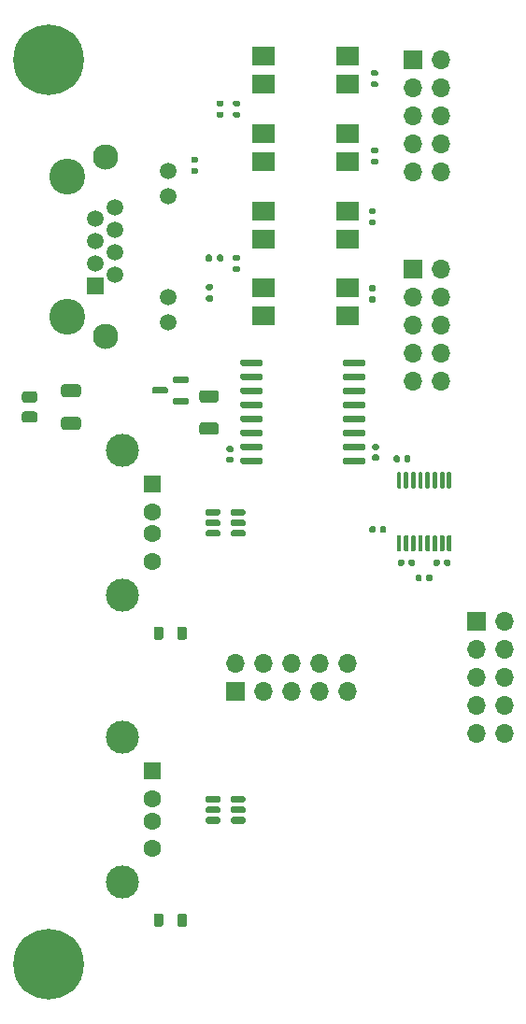
<source format=gbr>
G04 #@! TF.GenerationSoftware,KiCad,Pcbnew,7.0.9-7.0.9~ubuntu23.04.1*
G04 #@! TF.CreationDate,2024-01-20T22:21:10+00:00*
G04 #@! TF.ProjectId,nascontrol-remote,6e617363-6f6e-4747-926f-6c2d72656d6f,rev?*
G04 #@! TF.SameCoordinates,Original*
G04 #@! TF.FileFunction,Soldermask,Top*
G04 #@! TF.FilePolarity,Negative*
%FSLAX46Y46*%
G04 Gerber Fmt 4.6, Leading zero omitted, Abs format (unit mm)*
G04 Created by KiCad (PCBNEW 7.0.9-7.0.9~ubuntu23.04.1) date 2024-01-20 22:21:10*
%MOMM*%
%LPD*%
G01*
G04 APERTURE LIST*
%ADD10C,6.400000*%
%ADD11R,1.500000X1.600000*%
%ADD12C,1.600000*%
%ADD13C,3.000000*%
%ADD14C,3.250000*%
%ADD15R,1.500000X1.500000*%
%ADD16C,1.500000*%
%ADD17C,2.300000*%
%ADD18R,2.000000X1.780000*%
%ADD19R,1.700000X1.700000*%
%ADD20O,1.700000X1.700000*%
G04 APERTURE END LIST*
D10*
X104000000Y-146000000D03*
G36*
G01*
X137220000Y-111170000D02*
X137220000Y-110830000D01*
G75*
G02*
X137360000Y-110690000I140000J0D01*
G01*
X137640000Y-110690000D01*
G75*
G02*
X137780000Y-110830000I0J-140000D01*
G01*
X137780000Y-111170000D01*
G75*
G02*
X137640000Y-111310000I-140000J0D01*
G01*
X137360000Y-111310000D01*
G75*
G02*
X137220000Y-111170000I0J140000D01*
G01*
G37*
G36*
G01*
X138180000Y-111170000D02*
X138180000Y-110830000D01*
G75*
G02*
X138320000Y-110690000I140000J0D01*
G01*
X138600000Y-110690000D01*
G75*
G02*
X138740000Y-110830000I0J-140000D01*
G01*
X138740000Y-111170000D01*
G75*
G02*
X138600000Y-111310000I-140000J0D01*
G01*
X138320000Y-111310000D01*
G75*
G02*
X138180000Y-111170000I0J140000D01*
G01*
G37*
G36*
G01*
X113500000Y-116381250D02*
X113500000Y-115618750D01*
G75*
G02*
X113718750Y-115400000I218750J0D01*
G01*
X114156250Y-115400000D01*
G75*
G02*
X114375000Y-115618750I0J-218750D01*
G01*
X114375000Y-116381250D01*
G75*
G02*
X114156250Y-116600000I-218750J0D01*
G01*
X113718750Y-116600000D01*
G75*
G02*
X113500000Y-116381250I0J218750D01*
G01*
G37*
G36*
G01*
X115625000Y-116381250D02*
X115625000Y-115618750D01*
G75*
G02*
X115843750Y-115400000I218750J0D01*
G01*
X116281250Y-115400000D01*
G75*
G02*
X116500000Y-115618750I0J-218750D01*
G01*
X116500000Y-116381250D01*
G75*
G02*
X116281250Y-116600000I-218750J0D01*
G01*
X115843750Y-116600000D01*
G75*
G02*
X115625000Y-116381250I0J218750D01*
G01*
G37*
D11*
X113360000Y-128500000D03*
D12*
X113360000Y-131000000D03*
X113360000Y-133000000D03*
X113360000Y-135500000D03*
D13*
X110650000Y-125430000D03*
X110650000Y-138570000D03*
G36*
G01*
X118200000Y-131200000D02*
X118200000Y-130900000D01*
G75*
G02*
X118350000Y-130750000I150000J0D01*
G01*
X119375000Y-130750000D01*
G75*
G02*
X119525000Y-130900000I0J-150000D01*
G01*
X119525000Y-131200000D01*
G75*
G02*
X119375000Y-131350000I-150000J0D01*
G01*
X118350000Y-131350000D01*
G75*
G02*
X118200000Y-131200000I0J150000D01*
G01*
G37*
G36*
G01*
X118200000Y-132150000D02*
X118200000Y-131850000D01*
G75*
G02*
X118350000Y-131700000I150000J0D01*
G01*
X119375000Y-131700000D01*
G75*
G02*
X119525000Y-131850000I0J-150000D01*
G01*
X119525000Y-132150000D01*
G75*
G02*
X119375000Y-132300000I-150000J0D01*
G01*
X118350000Y-132300000D01*
G75*
G02*
X118200000Y-132150000I0J150000D01*
G01*
G37*
G36*
G01*
X118200000Y-133100000D02*
X118200000Y-132800000D01*
G75*
G02*
X118350000Y-132650000I150000J0D01*
G01*
X119375000Y-132650000D01*
G75*
G02*
X119525000Y-132800000I0J-150000D01*
G01*
X119525000Y-133100000D01*
G75*
G02*
X119375000Y-133250000I-150000J0D01*
G01*
X118350000Y-133250000D01*
G75*
G02*
X118200000Y-133100000I0J150000D01*
G01*
G37*
G36*
G01*
X120475000Y-133100000D02*
X120475000Y-132800000D01*
G75*
G02*
X120625000Y-132650000I150000J0D01*
G01*
X121650000Y-132650000D01*
G75*
G02*
X121800000Y-132800000I0J-150000D01*
G01*
X121800000Y-133100000D01*
G75*
G02*
X121650000Y-133250000I-150000J0D01*
G01*
X120625000Y-133250000D01*
G75*
G02*
X120475000Y-133100000I0J150000D01*
G01*
G37*
G36*
G01*
X120475000Y-132150000D02*
X120475000Y-131850000D01*
G75*
G02*
X120625000Y-131700000I150000J0D01*
G01*
X121650000Y-131700000D01*
G75*
G02*
X121800000Y-131850000I0J-150000D01*
G01*
X121800000Y-132150000D01*
G75*
G02*
X121650000Y-132300000I-150000J0D01*
G01*
X120625000Y-132300000D01*
G75*
G02*
X120475000Y-132150000I0J150000D01*
G01*
G37*
G36*
G01*
X120475000Y-131200000D02*
X120475000Y-130900000D01*
G75*
G02*
X120625000Y-130750000I150000J0D01*
G01*
X121650000Y-130750000D01*
G75*
G02*
X121800000Y-130900000I0J-150000D01*
G01*
X121800000Y-131200000D01*
G75*
G02*
X121650000Y-131350000I-150000J0D01*
G01*
X120625000Y-131350000D01*
G75*
G02*
X120475000Y-131200000I0J150000D01*
G01*
G37*
G36*
G01*
X135640000Y-109770000D02*
X135640000Y-109430000D01*
G75*
G02*
X135780000Y-109290000I140000J0D01*
G01*
X136060000Y-109290000D01*
G75*
G02*
X136200000Y-109430000I0J-140000D01*
G01*
X136200000Y-109770000D01*
G75*
G02*
X136060000Y-109910000I-140000J0D01*
G01*
X135780000Y-109910000D01*
G75*
G02*
X135640000Y-109770000I0J140000D01*
G01*
G37*
G36*
G01*
X136600000Y-109770000D02*
X136600000Y-109430000D01*
G75*
G02*
X136740000Y-109290000I140000J0D01*
G01*
X137020000Y-109290000D01*
G75*
G02*
X137160000Y-109430000I0J-140000D01*
G01*
X137160000Y-109770000D01*
G75*
G02*
X137020000Y-109910000I-140000J0D01*
G01*
X136740000Y-109910000D01*
G75*
G02*
X136600000Y-109770000I0J140000D01*
G01*
G37*
D14*
X105685000Y-87350000D03*
X105685000Y-74650000D03*
D15*
X108225000Y-84560000D03*
D16*
X110005000Y-83544000D03*
X108225000Y-82528000D03*
X110005000Y-81512000D03*
X108225000Y-80496000D03*
X110005000Y-79480000D03*
X108225000Y-78464000D03*
X110005000Y-77448000D03*
X114825000Y-87860000D03*
X114825000Y-85570000D03*
X114825000Y-76430000D03*
X114825000Y-74140000D03*
D17*
X109115000Y-89130000D03*
X109115000Y-72870000D03*
D18*
X123465000Y-84730000D03*
X123465000Y-87270000D03*
X131085000Y-87270000D03*
X131085000Y-84730000D03*
G36*
G01*
X119125000Y-98025000D02*
X117875000Y-98025000D01*
G75*
G02*
X117625000Y-97775000I0J250000D01*
G01*
X117625000Y-97150000D01*
G75*
G02*
X117875000Y-96900000I250000J0D01*
G01*
X119125000Y-96900000D01*
G75*
G02*
X119375000Y-97150000I0J-250000D01*
G01*
X119375000Y-97775000D01*
G75*
G02*
X119125000Y-98025000I-250000J0D01*
G01*
G37*
G36*
G01*
X119125000Y-95100000D02*
X117875000Y-95100000D01*
G75*
G02*
X117625000Y-94850000I0J250000D01*
G01*
X117625000Y-94225000D01*
G75*
G02*
X117875000Y-93975000I250000J0D01*
G01*
X119125000Y-93975000D01*
G75*
G02*
X119375000Y-94225000I0J-250000D01*
G01*
X119375000Y-94850000D01*
G75*
G02*
X119125000Y-95100000I-250000J0D01*
G01*
G37*
D19*
X142725000Y-114925000D03*
D20*
X145265000Y-114925000D03*
X142725000Y-117465000D03*
X145265000Y-117465000D03*
X142725000Y-120005000D03*
X145265000Y-120005000D03*
X142725000Y-122545000D03*
X145265000Y-122545000D03*
X142725000Y-125085000D03*
X145265000Y-125085000D03*
G36*
G01*
X118735000Y-85930000D02*
X118365000Y-85930000D01*
G75*
G02*
X118230000Y-85795000I0J135000D01*
G01*
X118230000Y-85525000D01*
G75*
G02*
X118365000Y-85390000I135000J0D01*
G01*
X118735000Y-85390000D01*
G75*
G02*
X118870000Y-85525000I0J-135000D01*
G01*
X118870000Y-85795000D01*
G75*
G02*
X118735000Y-85930000I-135000J0D01*
G01*
G37*
G36*
G01*
X118735000Y-84910000D02*
X118365000Y-84910000D01*
G75*
G02*
X118230000Y-84775000I0J135000D01*
G01*
X118230000Y-84505000D01*
G75*
G02*
X118365000Y-84370000I135000J0D01*
G01*
X118735000Y-84370000D01*
G75*
G02*
X118870000Y-84505000I0J-135000D01*
G01*
X118870000Y-84775000D01*
G75*
G02*
X118735000Y-84910000I-135000J0D01*
G01*
G37*
G36*
G01*
X132675000Y-100220000D02*
X132675000Y-100520000D01*
G75*
G02*
X132525000Y-100670000I-150000J0D01*
G01*
X130775000Y-100670000D01*
G75*
G02*
X130625000Y-100520000I0J150000D01*
G01*
X130625000Y-100220000D01*
G75*
G02*
X130775000Y-100070000I150000J0D01*
G01*
X132525000Y-100070000D01*
G75*
G02*
X132675000Y-100220000I0J-150000D01*
G01*
G37*
G36*
G01*
X132675000Y-98950000D02*
X132675000Y-99250000D01*
G75*
G02*
X132525000Y-99400000I-150000J0D01*
G01*
X130775000Y-99400000D01*
G75*
G02*
X130625000Y-99250000I0J150000D01*
G01*
X130625000Y-98950000D01*
G75*
G02*
X130775000Y-98800000I150000J0D01*
G01*
X132525000Y-98800000D01*
G75*
G02*
X132675000Y-98950000I0J-150000D01*
G01*
G37*
G36*
G01*
X132675000Y-97680000D02*
X132675000Y-97980000D01*
G75*
G02*
X132525000Y-98130000I-150000J0D01*
G01*
X130775000Y-98130000D01*
G75*
G02*
X130625000Y-97980000I0J150000D01*
G01*
X130625000Y-97680000D01*
G75*
G02*
X130775000Y-97530000I150000J0D01*
G01*
X132525000Y-97530000D01*
G75*
G02*
X132675000Y-97680000I0J-150000D01*
G01*
G37*
G36*
G01*
X132675000Y-96410000D02*
X132675000Y-96710000D01*
G75*
G02*
X132525000Y-96860000I-150000J0D01*
G01*
X130775000Y-96860000D01*
G75*
G02*
X130625000Y-96710000I0J150000D01*
G01*
X130625000Y-96410000D01*
G75*
G02*
X130775000Y-96260000I150000J0D01*
G01*
X132525000Y-96260000D01*
G75*
G02*
X132675000Y-96410000I0J-150000D01*
G01*
G37*
G36*
G01*
X132675000Y-95140000D02*
X132675000Y-95440000D01*
G75*
G02*
X132525000Y-95590000I-150000J0D01*
G01*
X130775000Y-95590000D01*
G75*
G02*
X130625000Y-95440000I0J150000D01*
G01*
X130625000Y-95140000D01*
G75*
G02*
X130775000Y-94990000I150000J0D01*
G01*
X132525000Y-94990000D01*
G75*
G02*
X132675000Y-95140000I0J-150000D01*
G01*
G37*
G36*
G01*
X132675000Y-93870000D02*
X132675000Y-94170000D01*
G75*
G02*
X132525000Y-94320000I-150000J0D01*
G01*
X130775000Y-94320000D01*
G75*
G02*
X130625000Y-94170000I0J150000D01*
G01*
X130625000Y-93870000D01*
G75*
G02*
X130775000Y-93720000I150000J0D01*
G01*
X132525000Y-93720000D01*
G75*
G02*
X132675000Y-93870000I0J-150000D01*
G01*
G37*
G36*
G01*
X132675000Y-92600000D02*
X132675000Y-92900000D01*
G75*
G02*
X132525000Y-93050000I-150000J0D01*
G01*
X130775000Y-93050000D01*
G75*
G02*
X130625000Y-92900000I0J150000D01*
G01*
X130625000Y-92600000D01*
G75*
G02*
X130775000Y-92450000I150000J0D01*
G01*
X132525000Y-92450000D01*
G75*
G02*
X132675000Y-92600000I0J-150000D01*
G01*
G37*
G36*
G01*
X132675000Y-91330000D02*
X132675000Y-91630000D01*
G75*
G02*
X132525000Y-91780000I-150000J0D01*
G01*
X130775000Y-91780000D01*
G75*
G02*
X130625000Y-91630000I0J150000D01*
G01*
X130625000Y-91330000D01*
G75*
G02*
X130775000Y-91180000I150000J0D01*
G01*
X132525000Y-91180000D01*
G75*
G02*
X132675000Y-91330000I0J-150000D01*
G01*
G37*
G36*
G01*
X123375000Y-91330000D02*
X123375000Y-91630000D01*
G75*
G02*
X123225000Y-91780000I-150000J0D01*
G01*
X121475000Y-91780000D01*
G75*
G02*
X121325000Y-91630000I0J150000D01*
G01*
X121325000Y-91330000D01*
G75*
G02*
X121475000Y-91180000I150000J0D01*
G01*
X123225000Y-91180000D01*
G75*
G02*
X123375000Y-91330000I0J-150000D01*
G01*
G37*
G36*
G01*
X123375000Y-92600000D02*
X123375000Y-92900000D01*
G75*
G02*
X123225000Y-93050000I-150000J0D01*
G01*
X121475000Y-93050000D01*
G75*
G02*
X121325000Y-92900000I0J150000D01*
G01*
X121325000Y-92600000D01*
G75*
G02*
X121475000Y-92450000I150000J0D01*
G01*
X123225000Y-92450000D01*
G75*
G02*
X123375000Y-92600000I0J-150000D01*
G01*
G37*
G36*
G01*
X123375000Y-93870000D02*
X123375000Y-94170000D01*
G75*
G02*
X123225000Y-94320000I-150000J0D01*
G01*
X121475000Y-94320000D01*
G75*
G02*
X121325000Y-94170000I0J150000D01*
G01*
X121325000Y-93870000D01*
G75*
G02*
X121475000Y-93720000I150000J0D01*
G01*
X123225000Y-93720000D01*
G75*
G02*
X123375000Y-93870000I0J-150000D01*
G01*
G37*
G36*
G01*
X123375000Y-95140000D02*
X123375000Y-95440000D01*
G75*
G02*
X123225000Y-95590000I-150000J0D01*
G01*
X121475000Y-95590000D01*
G75*
G02*
X121325000Y-95440000I0J150000D01*
G01*
X121325000Y-95140000D01*
G75*
G02*
X121475000Y-94990000I150000J0D01*
G01*
X123225000Y-94990000D01*
G75*
G02*
X123375000Y-95140000I0J-150000D01*
G01*
G37*
G36*
G01*
X123375000Y-96410000D02*
X123375000Y-96710000D01*
G75*
G02*
X123225000Y-96860000I-150000J0D01*
G01*
X121475000Y-96860000D01*
G75*
G02*
X121325000Y-96710000I0J150000D01*
G01*
X121325000Y-96410000D01*
G75*
G02*
X121475000Y-96260000I150000J0D01*
G01*
X123225000Y-96260000D01*
G75*
G02*
X123375000Y-96410000I0J-150000D01*
G01*
G37*
G36*
G01*
X123375000Y-97680000D02*
X123375000Y-97980000D01*
G75*
G02*
X123225000Y-98130000I-150000J0D01*
G01*
X121475000Y-98130000D01*
G75*
G02*
X121325000Y-97980000I0J150000D01*
G01*
X121325000Y-97680000D01*
G75*
G02*
X121475000Y-97530000I150000J0D01*
G01*
X123225000Y-97530000D01*
G75*
G02*
X123375000Y-97680000I0J-150000D01*
G01*
G37*
G36*
G01*
X123375000Y-98950000D02*
X123375000Y-99250000D01*
G75*
G02*
X123225000Y-99400000I-150000J0D01*
G01*
X121475000Y-99400000D01*
G75*
G02*
X121325000Y-99250000I0J150000D01*
G01*
X121325000Y-98950000D01*
G75*
G02*
X121475000Y-98800000I150000J0D01*
G01*
X123225000Y-98800000D01*
G75*
G02*
X123375000Y-98950000I0J-150000D01*
G01*
G37*
G36*
G01*
X123375000Y-100220000D02*
X123375000Y-100520000D01*
G75*
G02*
X123225000Y-100670000I-150000J0D01*
G01*
X121475000Y-100670000D01*
G75*
G02*
X121325000Y-100520000I0J150000D01*
G01*
X121325000Y-100220000D01*
G75*
G02*
X121475000Y-100070000I150000J0D01*
G01*
X123225000Y-100070000D01*
G75*
G02*
X123375000Y-100220000I0J-150000D01*
G01*
G37*
G36*
G01*
X120815000Y-67720000D02*
X121185000Y-67720000D01*
G75*
G02*
X121320000Y-67855000I0J-135000D01*
G01*
X121320000Y-68125000D01*
G75*
G02*
X121185000Y-68260000I-135000J0D01*
G01*
X120815000Y-68260000D01*
G75*
G02*
X120680000Y-68125000I0J135000D01*
G01*
X120680000Y-67855000D01*
G75*
G02*
X120815000Y-67720000I135000J0D01*
G01*
G37*
G36*
G01*
X120815000Y-68740000D02*
X121185000Y-68740000D01*
G75*
G02*
X121320000Y-68875000I0J-135000D01*
G01*
X121320000Y-69145000D01*
G75*
G02*
X121185000Y-69280000I-135000J0D01*
G01*
X120815000Y-69280000D01*
G75*
G02*
X120680000Y-69145000I0J135000D01*
G01*
X120680000Y-68875000D01*
G75*
G02*
X120815000Y-68740000I135000J0D01*
G01*
G37*
G36*
G01*
X117385000Y-74380000D02*
X117015000Y-74380000D01*
G75*
G02*
X116880000Y-74245000I0J135000D01*
G01*
X116880000Y-73975000D01*
G75*
G02*
X117015000Y-73840000I135000J0D01*
G01*
X117385000Y-73840000D01*
G75*
G02*
X117520000Y-73975000I0J-135000D01*
G01*
X117520000Y-74245000D01*
G75*
G02*
X117385000Y-74380000I-135000J0D01*
G01*
G37*
G36*
G01*
X117385000Y-73360000D02*
X117015000Y-73360000D01*
G75*
G02*
X116880000Y-73225000I0J135000D01*
G01*
X116880000Y-72955000D01*
G75*
G02*
X117015000Y-72820000I135000J0D01*
G01*
X117385000Y-72820000D01*
G75*
G02*
X117520000Y-72955000I0J-135000D01*
G01*
X117520000Y-73225000D01*
G75*
G02*
X117385000Y-73360000I-135000J0D01*
G01*
G37*
D18*
X131085000Y-73270000D03*
X131085000Y-70730000D03*
X123465000Y-70730000D03*
X123465000Y-73270000D03*
D19*
X137000000Y-64000000D03*
D20*
X139540000Y-64000000D03*
X137000000Y-66540000D03*
X139540000Y-66540000D03*
X137000000Y-69080000D03*
X139540000Y-69080000D03*
X137000000Y-71620000D03*
X139540000Y-71620000D03*
X137000000Y-74160000D03*
X139540000Y-74160000D03*
G36*
G01*
X105350000Y-93450000D02*
X106650000Y-93450000D01*
G75*
G02*
X106900000Y-93700000I0J-250000D01*
G01*
X106900000Y-94350000D01*
G75*
G02*
X106650000Y-94600000I-250000J0D01*
G01*
X105350000Y-94600000D01*
G75*
G02*
X105100000Y-94350000I0J250000D01*
G01*
X105100000Y-93700000D01*
G75*
G02*
X105350000Y-93450000I250000J0D01*
G01*
G37*
G36*
G01*
X105350000Y-96400000D02*
X106650000Y-96400000D01*
G75*
G02*
X106900000Y-96650000I0J-250000D01*
G01*
X106900000Y-97300000D01*
G75*
G02*
X106650000Y-97550000I-250000J0D01*
G01*
X105350000Y-97550000D01*
G75*
G02*
X105100000Y-97300000I0J250000D01*
G01*
X105100000Y-96650000D01*
G75*
G02*
X105350000Y-96400000I250000J0D01*
G01*
G37*
G36*
G01*
X133770000Y-100360000D02*
X133430000Y-100360000D01*
G75*
G02*
X133290000Y-100220000I0J140000D01*
G01*
X133290000Y-99940000D01*
G75*
G02*
X133430000Y-99800000I140000J0D01*
G01*
X133770000Y-99800000D01*
G75*
G02*
X133910000Y-99940000I0J-140000D01*
G01*
X133910000Y-100220000D01*
G75*
G02*
X133770000Y-100360000I-140000J0D01*
G01*
G37*
G36*
G01*
X133770000Y-99400000D02*
X133430000Y-99400000D01*
G75*
G02*
X133290000Y-99260000I0J140000D01*
G01*
X133290000Y-98980000D01*
G75*
G02*
X133430000Y-98840000I140000J0D01*
G01*
X133770000Y-98840000D01*
G75*
G02*
X133910000Y-98980000I0J-140000D01*
G01*
X133910000Y-99260000D01*
G75*
G02*
X133770000Y-99400000I-140000J0D01*
G01*
G37*
D18*
X123465000Y-77730000D03*
X123465000Y-80270000D03*
X131085000Y-80270000D03*
X131085000Y-77730000D03*
G36*
G01*
X116675000Y-94800000D02*
X116675000Y-95100000D01*
G75*
G02*
X116525000Y-95250000I-150000J0D01*
G01*
X115350000Y-95250000D01*
G75*
G02*
X115200000Y-95100000I0J150000D01*
G01*
X115200000Y-94800000D01*
G75*
G02*
X115350000Y-94650000I150000J0D01*
G01*
X116525000Y-94650000D01*
G75*
G02*
X116675000Y-94800000I0J-150000D01*
G01*
G37*
G36*
G01*
X116675000Y-92900000D02*
X116675000Y-93200000D01*
G75*
G02*
X116525000Y-93350000I-150000J0D01*
G01*
X115350000Y-93350000D01*
G75*
G02*
X115200000Y-93200000I0J150000D01*
G01*
X115200000Y-92900000D01*
G75*
G02*
X115350000Y-92750000I150000J0D01*
G01*
X116525000Y-92750000D01*
G75*
G02*
X116675000Y-92900000I0J-150000D01*
G01*
G37*
G36*
G01*
X114800000Y-93850000D02*
X114800000Y-94150000D01*
G75*
G02*
X114650000Y-94300000I-150000J0D01*
G01*
X113475000Y-94300000D01*
G75*
G02*
X113325000Y-94150000I0J150000D01*
G01*
X113325000Y-93850000D01*
G75*
G02*
X113475000Y-93700000I150000J0D01*
G01*
X114650000Y-93700000D01*
G75*
G02*
X114800000Y-93850000I0J-150000D01*
G01*
G37*
G36*
G01*
X120815000Y-81720000D02*
X121185000Y-81720000D01*
G75*
G02*
X121320000Y-81855000I0J-135000D01*
G01*
X121320000Y-82125000D01*
G75*
G02*
X121185000Y-82260000I-135000J0D01*
G01*
X120815000Y-82260000D01*
G75*
G02*
X120680000Y-82125000I0J135000D01*
G01*
X120680000Y-81855000D01*
G75*
G02*
X120815000Y-81720000I135000J0D01*
G01*
G37*
G36*
G01*
X120815000Y-82740000D02*
X121185000Y-82740000D01*
G75*
G02*
X121320000Y-82875000I0J-135000D01*
G01*
X121320000Y-83145000D01*
G75*
G02*
X121185000Y-83280000I-135000J0D01*
G01*
X120815000Y-83280000D01*
G75*
G02*
X120680000Y-83145000I0J135000D01*
G01*
X120680000Y-82875000D01*
G75*
G02*
X120815000Y-82740000I135000J0D01*
G01*
G37*
G36*
G01*
X135240000Y-100370000D02*
X135240000Y-100030000D01*
G75*
G02*
X135380000Y-99890000I140000J0D01*
G01*
X135660000Y-99890000D01*
G75*
G02*
X135800000Y-100030000I0J-140000D01*
G01*
X135800000Y-100370000D01*
G75*
G02*
X135660000Y-100510000I-140000J0D01*
G01*
X135380000Y-100510000D01*
G75*
G02*
X135240000Y-100370000I0J140000D01*
G01*
G37*
G36*
G01*
X136200000Y-100370000D02*
X136200000Y-100030000D01*
G75*
G02*
X136340000Y-99890000I140000J0D01*
G01*
X136620000Y-99890000D01*
G75*
G02*
X136760000Y-100030000I0J-140000D01*
G01*
X136760000Y-100370000D01*
G75*
G02*
X136620000Y-100510000I-140000J0D01*
G01*
X136340000Y-100510000D01*
G75*
G02*
X136200000Y-100370000I0J140000D01*
G01*
G37*
G36*
G01*
X133315000Y-71970000D02*
X133685000Y-71970000D01*
G75*
G02*
X133820000Y-72105000I0J-135000D01*
G01*
X133820000Y-72375000D01*
G75*
G02*
X133685000Y-72510000I-135000J0D01*
G01*
X133315000Y-72510000D01*
G75*
G02*
X133180000Y-72375000I0J135000D01*
G01*
X133180000Y-72105000D01*
G75*
G02*
X133315000Y-71970000I135000J0D01*
G01*
G37*
G36*
G01*
X133315000Y-72990000D02*
X133685000Y-72990000D01*
G75*
G02*
X133820000Y-73125000I0J-135000D01*
G01*
X133820000Y-73395000D01*
G75*
G02*
X133685000Y-73530000I-135000J0D01*
G01*
X133315000Y-73530000D01*
G75*
G02*
X133180000Y-73395000I0J135000D01*
G01*
X133180000Y-73125000D01*
G75*
G02*
X133315000Y-72990000I135000J0D01*
G01*
G37*
G36*
G01*
X119315000Y-67720000D02*
X119685000Y-67720000D01*
G75*
G02*
X119820000Y-67855000I0J-135000D01*
G01*
X119820000Y-68125000D01*
G75*
G02*
X119685000Y-68260000I-135000J0D01*
G01*
X119315000Y-68260000D01*
G75*
G02*
X119180000Y-68125000I0J135000D01*
G01*
X119180000Y-67855000D01*
G75*
G02*
X119315000Y-67720000I135000J0D01*
G01*
G37*
G36*
G01*
X119315000Y-68740000D02*
X119685000Y-68740000D01*
G75*
G02*
X119820000Y-68875000I0J-135000D01*
G01*
X119820000Y-69145000D01*
G75*
G02*
X119685000Y-69280000I-135000J0D01*
G01*
X119315000Y-69280000D01*
G75*
G02*
X119180000Y-69145000I0J135000D01*
G01*
X119180000Y-68875000D01*
G75*
G02*
X119315000Y-68740000I135000J0D01*
G01*
G37*
G36*
G01*
X135825000Y-108600000D02*
X135625000Y-108600000D01*
G75*
G02*
X135525000Y-108500000I0J100000D01*
G01*
X135525000Y-107225000D01*
G75*
G02*
X135625000Y-107125000I100000J0D01*
G01*
X135825000Y-107125000D01*
G75*
G02*
X135925000Y-107225000I0J-100000D01*
G01*
X135925000Y-108500000D01*
G75*
G02*
X135825000Y-108600000I-100000J0D01*
G01*
G37*
G36*
G01*
X136475000Y-108600000D02*
X136275000Y-108600000D01*
G75*
G02*
X136175000Y-108500000I0J100000D01*
G01*
X136175000Y-107225000D01*
G75*
G02*
X136275000Y-107125000I100000J0D01*
G01*
X136475000Y-107125000D01*
G75*
G02*
X136575000Y-107225000I0J-100000D01*
G01*
X136575000Y-108500000D01*
G75*
G02*
X136475000Y-108600000I-100000J0D01*
G01*
G37*
G36*
G01*
X137125000Y-108600000D02*
X136925000Y-108600000D01*
G75*
G02*
X136825000Y-108500000I0J100000D01*
G01*
X136825000Y-107225000D01*
G75*
G02*
X136925000Y-107125000I100000J0D01*
G01*
X137125000Y-107125000D01*
G75*
G02*
X137225000Y-107225000I0J-100000D01*
G01*
X137225000Y-108500000D01*
G75*
G02*
X137125000Y-108600000I-100000J0D01*
G01*
G37*
G36*
G01*
X137775000Y-108600000D02*
X137575000Y-108600000D01*
G75*
G02*
X137475000Y-108500000I0J100000D01*
G01*
X137475000Y-107225000D01*
G75*
G02*
X137575000Y-107125000I100000J0D01*
G01*
X137775000Y-107125000D01*
G75*
G02*
X137875000Y-107225000I0J-100000D01*
G01*
X137875000Y-108500000D01*
G75*
G02*
X137775000Y-108600000I-100000J0D01*
G01*
G37*
G36*
G01*
X138425000Y-108600000D02*
X138225000Y-108600000D01*
G75*
G02*
X138125000Y-108500000I0J100000D01*
G01*
X138125000Y-107225000D01*
G75*
G02*
X138225000Y-107125000I100000J0D01*
G01*
X138425000Y-107125000D01*
G75*
G02*
X138525000Y-107225000I0J-100000D01*
G01*
X138525000Y-108500000D01*
G75*
G02*
X138425000Y-108600000I-100000J0D01*
G01*
G37*
G36*
G01*
X139075000Y-108600000D02*
X138875000Y-108600000D01*
G75*
G02*
X138775000Y-108500000I0J100000D01*
G01*
X138775000Y-107225000D01*
G75*
G02*
X138875000Y-107125000I100000J0D01*
G01*
X139075000Y-107125000D01*
G75*
G02*
X139175000Y-107225000I0J-100000D01*
G01*
X139175000Y-108500000D01*
G75*
G02*
X139075000Y-108600000I-100000J0D01*
G01*
G37*
G36*
G01*
X139725000Y-108600000D02*
X139525000Y-108600000D01*
G75*
G02*
X139425000Y-108500000I0J100000D01*
G01*
X139425000Y-107225000D01*
G75*
G02*
X139525000Y-107125000I100000J0D01*
G01*
X139725000Y-107125000D01*
G75*
G02*
X139825000Y-107225000I0J-100000D01*
G01*
X139825000Y-108500000D01*
G75*
G02*
X139725000Y-108600000I-100000J0D01*
G01*
G37*
G36*
G01*
X140375000Y-108600000D02*
X140175000Y-108600000D01*
G75*
G02*
X140075000Y-108500000I0J100000D01*
G01*
X140075000Y-107225000D01*
G75*
G02*
X140175000Y-107125000I100000J0D01*
G01*
X140375000Y-107125000D01*
G75*
G02*
X140475000Y-107225000I0J-100000D01*
G01*
X140475000Y-108500000D01*
G75*
G02*
X140375000Y-108600000I-100000J0D01*
G01*
G37*
G36*
G01*
X140375000Y-102875000D02*
X140175000Y-102875000D01*
G75*
G02*
X140075000Y-102775000I0J100000D01*
G01*
X140075000Y-101500000D01*
G75*
G02*
X140175000Y-101400000I100000J0D01*
G01*
X140375000Y-101400000D01*
G75*
G02*
X140475000Y-101500000I0J-100000D01*
G01*
X140475000Y-102775000D01*
G75*
G02*
X140375000Y-102875000I-100000J0D01*
G01*
G37*
G36*
G01*
X139725000Y-102875000D02*
X139525000Y-102875000D01*
G75*
G02*
X139425000Y-102775000I0J100000D01*
G01*
X139425000Y-101500000D01*
G75*
G02*
X139525000Y-101400000I100000J0D01*
G01*
X139725000Y-101400000D01*
G75*
G02*
X139825000Y-101500000I0J-100000D01*
G01*
X139825000Y-102775000D01*
G75*
G02*
X139725000Y-102875000I-100000J0D01*
G01*
G37*
G36*
G01*
X139075000Y-102875000D02*
X138875000Y-102875000D01*
G75*
G02*
X138775000Y-102775000I0J100000D01*
G01*
X138775000Y-101500000D01*
G75*
G02*
X138875000Y-101400000I100000J0D01*
G01*
X139075000Y-101400000D01*
G75*
G02*
X139175000Y-101500000I0J-100000D01*
G01*
X139175000Y-102775000D01*
G75*
G02*
X139075000Y-102875000I-100000J0D01*
G01*
G37*
G36*
G01*
X138425000Y-102875000D02*
X138225000Y-102875000D01*
G75*
G02*
X138125000Y-102775000I0J100000D01*
G01*
X138125000Y-101500000D01*
G75*
G02*
X138225000Y-101400000I100000J0D01*
G01*
X138425000Y-101400000D01*
G75*
G02*
X138525000Y-101500000I0J-100000D01*
G01*
X138525000Y-102775000D01*
G75*
G02*
X138425000Y-102875000I-100000J0D01*
G01*
G37*
G36*
G01*
X137775000Y-102875000D02*
X137575000Y-102875000D01*
G75*
G02*
X137475000Y-102775000I0J100000D01*
G01*
X137475000Y-101500000D01*
G75*
G02*
X137575000Y-101400000I100000J0D01*
G01*
X137775000Y-101400000D01*
G75*
G02*
X137875000Y-101500000I0J-100000D01*
G01*
X137875000Y-102775000D01*
G75*
G02*
X137775000Y-102875000I-100000J0D01*
G01*
G37*
G36*
G01*
X137125000Y-102875000D02*
X136925000Y-102875000D01*
G75*
G02*
X136825000Y-102775000I0J100000D01*
G01*
X136825000Y-101500000D01*
G75*
G02*
X136925000Y-101400000I100000J0D01*
G01*
X137125000Y-101400000D01*
G75*
G02*
X137225000Y-101500000I0J-100000D01*
G01*
X137225000Y-102775000D01*
G75*
G02*
X137125000Y-102875000I-100000J0D01*
G01*
G37*
G36*
G01*
X136475000Y-102875000D02*
X136275000Y-102875000D01*
G75*
G02*
X136175000Y-102775000I0J100000D01*
G01*
X136175000Y-101500000D01*
G75*
G02*
X136275000Y-101400000I100000J0D01*
G01*
X136475000Y-101400000D01*
G75*
G02*
X136575000Y-101500000I0J-100000D01*
G01*
X136575000Y-102775000D01*
G75*
G02*
X136475000Y-102875000I-100000J0D01*
G01*
G37*
G36*
G01*
X135825000Y-102875000D02*
X135625000Y-102875000D01*
G75*
G02*
X135525000Y-102775000I0J100000D01*
G01*
X135525000Y-101500000D01*
G75*
G02*
X135625000Y-101400000I100000J0D01*
G01*
X135825000Y-101400000D01*
G75*
G02*
X135925000Y-101500000I0J-100000D01*
G01*
X135925000Y-102775000D01*
G75*
G02*
X135825000Y-102875000I-100000J0D01*
G01*
G37*
D19*
X120925000Y-121275000D03*
D20*
X120925000Y-118735000D03*
X123465000Y-121275000D03*
X123465000Y-118735000D03*
X126005000Y-121275000D03*
X126005000Y-118735000D03*
X128545000Y-121275000D03*
X128545000Y-118735000D03*
X131085000Y-121275000D03*
X131085000Y-118735000D03*
D18*
X131085000Y-66270000D03*
X131085000Y-63730000D03*
X123465000Y-63730000D03*
X123465000Y-66270000D03*
G36*
G01*
X134560000Y-106430000D02*
X134560000Y-106770000D01*
G75*
G02*
X134420000Y-106910000I-140000J0D01*
G01*
X134140000Y-106910000D01*
G75*
G02*
X134000000Y-106770000I0J140000D01*
G01*
X134000000Y-106430000D01*
G75*
G02*
X134140000Y-106290000I140000J0D01*
G01*
X134420000Y-106290000D01*
G75*
G02*
X134560000Y-106430000I0J-140000D01*
G01*
G37*
G36*
G01*
X133600000Y-106430000D02*
X133600000Y-106770000D01*
G75*
G02*
X133460000Y-106910000I-140000J0D01*
G01*
X133180000Y-106910000D01*
G75*
G02*
X133040000Y-106770000I0J140000D01*
G01*
X133040000Y-106430000D01*
G75*
G02*
X133180000Y-106290000I140000J0D01*
G01*
X133460000Y-106290000D01*
G75*
G02*
X133600000Y-106430000I0J-140000D01*
G01*
G37*
D10*
X104000000Y-64000000D03*
D19*
X137000000Y-83000000D03*
D20*
X139540000Y-83000000D03*
X137000000Y-85540000D03*
X139540000Y-85540000D03*
X137000000Y-88080000D03*
X139540000Y-88080000D03*
X137000000Y-90620000D03*
X139540000Y-90620000D03*
X137000000Y-93160000D03*
X139540000Y-93160000D03*
G36*
G01*
X113500000Y-142381250D02*
X113500000Y-141618750D01*
G75*
G02*
X113718750Y-141400000I218750J0D01*
G01*
X114156250Y-141400000D01*
G75*
G02*
X114375000Y-141618750I0J-218750D01*
G01*
X114375000Y-142381250D01*
G75*
G02*
X114156250Y-142600000I-218750J0D01*
G01*
X113718750Y-142600000D01*
G75*
G02*
X113500000Y-142381250I0J218750D01*
G01*
G37*
G36*
G01*
X115625000Y-142381250D02*
X115625000Y-141618750D01*
G75*
G02*
X115843750Y-141400000I218750J0D01*
G01*
X116281250Y-141400000D01*
G75*
G02*
X116500000Y-141618750I0J-218750D01*
G01*
X116500000Y-142381250D01*
G75*
G02*
X116281250Y-142600000I-218750J0D01*
G01*
X115843750Y-142600000D01*
G75*
G02*
X115625000Y-142381250I0J218750D01*
G01*
G37*
G36*
G01*
X133115000Y-84470000D02*
X133485000Y-84470000D01*
G75*
G02*
X133620000Y-84605000I0J-135000D01*
G01*
X133620000Y-84875000D01*
G75*
G02*
X133485000Y-85010000I-135000J0D01*
G01*
X133115000Y-85010000D01*
G75*
G02*
X132980000Y-84875000I0J135000D01*
G01*
X132980000Y-84605000D01*
G75*
G02*
X133115000Y-84470000I135000J0D01*
G01*
G37*
G36*
G01*
X133115000Y-85490000D02*
X133485000Y-85490000D01*
G75*
G02*
X133620000Y-85625000I0J-135000D01*
G01*
X133620000Y-85895000D01*
G75*
G02*
X133485000Y-86030000I-135000J0D01*
G01*
X133115000Y-86030000D01*
G75*
G02*
X132980000Y-85895000I0J135000D01*
G01*
X132980000Y-85625000D01*
G75*
G02*
X133115000Y-85490000I135000J0D01*
G01*
G37*
G36*
G01*
X119780000Y-81815000D02*
X119780000Y-82185000D01*
G75*
G02*
X119645000Y-82320000I-135000J0D01*
G01*
X119375000Y-82320000D01*
G75*
G02*
X119240000Y-82185000I0J135000D01*
G01*
X119240000Y-81815000D01*
G75*
G02*
X119375000Y-81680000I135000J0D01*
G01*
X119645000Y-81680000D01*
G75*
G02*
X119780000Y-81815000I0J-135000D01*
G01*
G37*
G36*
G01*
X118760000Y-81815000D02*
X118760000Y-82185000D01*
G75*
G02*
X118625000Y-82320000I-135000J0D01*
G01*
X118355000Y-82320000D01*
G75*
G02*
X118220000Y-82185000I0J135000D01*
G01*
X118220000Y-81815000D01*
G75*
G02*
X118355000Y-81680000I135000J0D01*
G01*
X118625000Y-81680000D01*
G75*
G02*
X118760000Y-81815000I0J-135000D01*
G01*
G37*
G36*
G01*
X138840000Y-109770000D02*
X138840000Y-109430000D01*
G75*
G02*
X138980000Y-109290000I140000J0D01*
G01*
X139260000Y-109290000D01*
G75*
G02*
X139400000Y-109430000I0J-140000D01*
G01*
X139400000Y-109770000D01*
G75*
G02*
X139260000Y-109910000I-140000J0D01*
G01*
X138980000Y-109910000D01*
G75*
G02*
X138840000Y-109770000I0J140000D01*
G01*
G37*
G36*
G01*
X139800000Y-109770000D02*
X139800000Y-109430000D01*
G75*
G02*
X139940000Y-109290000I140000J0D01*
G01*
X140220000Y-109290000D01*
G75*
G02*
X140360000Y-109430000I0J-140000D01*
G01*
X140360000Y-109770000D01*
G75*
G02*
X140220000Y-109910000I-140000J0D01*
G01*
X139940000Y-109910000D01*
G75*
G02*
X139800000Y-109770000I0J140000D01*
G01*
G37*
G36*
G01*
X101800000Y-94075000D02*
X102700000Y-94075000D01*
G75*
G02*
X102950000Y-94325000I0J-250000D01*
G01*
X102950000Y-94850000D01*
G75*
G02*
X102700000Y-95100000I-250000J0D01*
G01*
X101800000Y-95100000D01*
G75*
G02*
X101550000Y-94850000I0J250000D01*
G01*
X101550000Y-94325000D01*
G75*
G02*
X101800000Y-94075000I250000J0D01*
G01*
G37*
G36*
G01*
X101800000Y-95900000D02*
X102700000Y-95900000D01*
G75*
G02*
X102950000Y-96150000I0J-250000D01*
G01*
X102950000Y-96675000D01*
G75*
G02*
X102700000Y-96925000I-250000J0D01*
G01*
X101800000Y-96925000D01*
G75*
G02*
X101550000Y-96675000I0J250000D01*
G01*
X101550000Y-96150000D01*
G75*
G02*
X101800000Y-95900000I250000J0D01*
G01*
G37*
D11*
X113360000Y-102500000D03*
D12*
X113360000Y-105000000D03*
X113360000Y-107000000D03*
X113360000Y-109500000D03*
D13*
X110650000Y-99430000D03*
X110650000Y-112570000D03*
G36*
G01*
X120570000Y-100560000D02*
X120230000Y-100560000D01*
G75*
G02*
X120090000Y-100420000I0J140000D01*
G01*
X120090000Y-100140000D01*
G75*
G02*
X120230000Y-100000000I140000J0D01*
G01*
X120570000Y-100000000D01*
G75*
G02*
X120710000Y-100140000I0J-140000D01*
G01*
X120710000Y-100420000D01*
G75*
G02*
X120570000Y-100560000I-140000J0D01*
G01*
G37*
G36*
G01*
X120570000Y-99600000D02*
X120230000Y-99600000D01*
G75*
G02*
X120090000Y-99460000I0J140000D01*
G01*
X120090000Y-99180000D01*
G75*
G02*
X120230000Y-99040000I140000J0D01*
G01*
X120570000Y-99040000D01*
G75*
G02*
X120710000Y-99180000I0J-140000D01*
G01*
X120710000Y-99460000D01*
G75*
G02*
X120570000Y-99600000I-140000J0D01*
G01*
G37*
G36*
G01*
X118200000Y-105200000D02*
X118200000Y-104900000D01*
G75*
G02*
X118350000Y-104750000I150000J0D01*
G01*
X119375000Y-104750000D01*
G75*
G02*
X119525000Y-104900000I0J-150000D01*
G01*
X119525000Y-105200000D01*
G75*
G02*
X119375000Y-105350000I-150000J0D01*
G01*
X118350000Y-105350000D01*
G75*
G02*
X118200000Y-105200000I0J150000D01*
G01*
G37*
G36*
G01*
X118200000Y-106150000D02*
X118200000Y-105850000D01*
G75*
G02*
X118350000Y-105700000I150000J0D01*
G01*
X119375000Y-105700000D01*
G75*
G02*
X119525000Y-105850000I0J-150000D01*
G01*
X119525000Y-106150000D01*
G75*
G02*
X119375000Y-106300000I-150000J0D01*
G01*
X118350000Y-106300000D01*
G75*
G02*
X118200000Y-106150000I0J150000D01*
G01*
G37*
G36*
G01*
X118200000Y-107100000D02*
X118200000Y-106800000D01*
G75*
G02*
X118350000Y-106650000I150000J0D01*
G01*
X119375000Y-106650000D01*
G75*
G02*
X119525000Y-106800000I0J-150000D01*
G01*
X119525000Y-107100000D01*
G75*
G02*
X119375000Y-107250000I-150000J0D01*
G01*
X118350000Y-107250000D01*
G75*
G02*
X118200000Y-107100000I0J150000D01*
G01*
G37*
G36*
G01*
X120475000Y-107100000D02*
X120475000Y-106800000D01*
G75*
G02*
X120625000Y-106650000I150000J0D01*
G01*
X121650000Y-106650000D01*
G75*
G02*
X121800000Y-106800000I0J-150000D01*
G01*
X121800000Y-107100000D01*
G75*
G02*
X121650000Y-107250000I-150000J0D01*
G01*
X120625000Y-107250000D01*
G75*
G02*
X120475000Y-107100000I0J150000D01*
G01*
G37*
G36*
G01*
X120475000Y-106150000D02*
X120475000Y-105850000D01*
G75*
G02*
X120625000Y-105700000I150000J0D01*
G01*
X121650000Y-105700000D01*
G75*
G02*
X121800000Y-105850000I0J-150000D01*
G01*
X121800000Y-106150000D01*
G75*
G02*
X121650000Y-106300000I-150000J0D01*
G01*
X120625000Y-106300000D01*
G75*
G02*
X120475000Y-106150000I0J150000D01*
G01*
G37*
G36*
G01*
X120475000Y-105200000D02*
X120475000Y-104900000D01*
G75*
G02*
X120625000Y-104750000I150000J0D01*
G01*
X121650000Y-104750000D01*
G75*
G02*
X121800000Y-104900000I0J-150000D01*
G01*
X121800000Y-105200000D01*
G75*
G02*
X121650000Y-105350000I-150000J0D01*
G01*
X120625000Y-105350000D01*
G75*
G02*
X120475000Y-105200000I0J150000D01*
G01*
G37*
G36*
G01*
X133315000Y-64970000D02*
X133685000Y-64970000D01*
G75*
G02*
X133820000Y-65105000I0J-135000D01*
G01*
X133820000Y-65375000D01*
G75*
G02*
X133685000Y-65510000I-135000J0D01*
G01*
X133315000Y-65510000D01*
G75*
G02*
X133180000Y-65375000I0J135000D01*
G01*
X133180000Y-65105000D01*
G75*
G02*
X133315000Y-64970000I135000J0D01*
G01*
G37*
G36*
G01*
X133315000Y-65990000D02*
X133685000Y-65990000D01*
G75*
G02*
X133820000Y-66125000I0J-135000D01*
G01*
X133820000Y-66395000D01*
G75*
G02*
X133685000Y-66530000I-135000J0D01*
G01*
X133315000Y-66530000D01*
G75*
G02*
X133180000Y-66395000I0J135000D01*
G01*
X133180000Y-66125000D01*
G75*
G02*
X133315000Y-65990000I135000J0D01*
G01*
G37*
G36*
G01*
X133115000Y-77480000D02*
X133485000Y-77480000D01*
G75*
G02*
X133620000Y-77615000I0J-135000D01*
G01*
X133620000Y-77885000D01*
G75*
G02*
X133485000Y-78020000I-135000J0D01*
G01*
X133115000Y-78020000D01*
G75*
G02*
X132980000Y-77885000I0J135000D01*
G01*
X132980000Y-77615000D01*
G75*
G02*
X133115000Y-77480000I135000J0D01*
G01*
G37*
G36*
G01*
X133115000Y-78500000D02*
X133485000Y-78500000D01*
G75*
G02*
X133620000Y-78635000I0J-135000D01*
G01*
X133620000Y-78905000D01*
G75*
G02*
X133485000Y-79040000I-135000J0D01*
G01*
X133115000Y-79040000D01*
G75*
G02*
X132980000Y-78905000I0J135000D01*
G01*
X132980000Y-78635000D01*
G75*
G02*
X133115000Y-78500000I135000J0D01*
G01*
G37*
M02*

</source>
